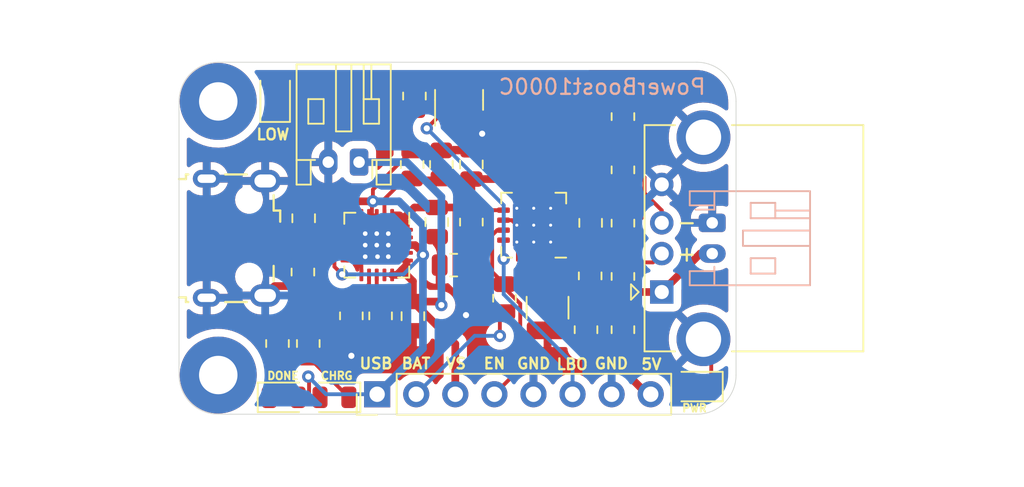
<source format=kicad_pcb>
(kicad_pcb (version 20210424) (generator pcbnew)
  (title_block (date "2021-06-18"))
  (layers (0 "F.Cu" signal) (31 "B.Cu" signal) (34 "B.Paste" user) (35 "F.Paste" user) (36 "B.SilkS" user "B.Silkscreen") (37 "F.SilkS" user "F.Silkscreen") (38 "B.Mask" user) (39 "F.Mask" user) (44 "Edge.Cuts" user))
  (net 0 "")
  (net 1 "/+V_LIPO")
  (net 2 "GND")
  (net 3 "+5V")
  (net 4 "/+V_BAT")
  (net 5 "/+5V_OUT")
  (net 6 "Net-(D1-Pad1)")
  (net 7 "Net-(D2-Pad1)")
  (net 8 "Net-(D3-Pad2)")
  (net 9 "Net-(D4-Pad2)")
  (net 13 "/ENABLE")
  (net 14 "/LBO")
  (net 15 "Net-(J4-Pad2)")
  (net 16 "Net-(J4-Pad3)")
  (net 17 "Net-(L1-Pad2)")
  (net 18 "Net-(Q1-Pad3)")
  (net 19 "Net-(R1-Pad2)")
  (net 20 "Net-(R2-Pad2)")
  (net 21 "Net-(R3-Pad1)")
  (net 22 "Net-(R5-Pad1)")
  (net 23 "Net-(R6-Pad1)")
  (net 24 "Net-(R7-Pad1)")
  (net 25 "Net-(R8-Pad2)")
  (net 26 "Net-(R11-Pad2)")
  (footprint "Adafruit-PowerBoost-1000C:C_0805_2012Metric" (layer "F.Cu") (at 119 83.75 90)
    (fp_text reference "C4" hide)
    (fp_text value "0.1uF" hide)
    (pad "1" smd roundrect locked (at -0.95 0 90) (size 1 1.45) (layers "F.Cu" "F.Paste" "F.Mask") (net 4 "/+V_BAT"))
    (pad "2" smd roundrect locked (at 0.95 0 90) (size 1 1.45) (layers "F.Cu" "F.Paste" "F.Mask") (net 2 "GND"))
  )
  (footprint "Adafruit-PowerBoost-1000C:IND_VLC5045" (layer "F.Cu") (at 123.55 80.65)
    (fp_text reference "L1" hide)
    (fp_text value "6.8uH" hide)
    (pad "1" smd rect (at -1.6 0) (size 2.1 5) (layers "F.Cu" "F.Paste" "F.Mask") (net 4 "/+V_BAT"))
    (pad "2" smd rect (at 1.6 0) (size 2.1 5) (layers "F.Cu" "F.Paste" "F.Mask") (net 17 "Net-(L1-Pad2)"))
  )
  (footprint "Adafruit-PowerBoost-1000C:LED_0805_2012Metric" (layer "F.Cu") (at 106.8 98.9)
    (fp_text reference "D2" hide)
    (fp_text value "GREEN" hide)
    (pad "1" smd roundrect locked (at -0.9375 0) (size 0.975 1.4) (layers "F.Cu" "F.Paste" "F.Mask") (net 7 "Net-(D2-Pad1)"))
    (pad "2" smd roundrect locked (at 0.9375 0) (size 0.975 1.4) (layers "F.Cu" "F.Paste" "F.Mask") (net 3 "+5V"))
  )
  (footprint "Adafruit-PowerBoost-1000C:R_0805_2012Metric" (layer "F.Cu") (at 106.4 95.4 90)
    (fp_text reference "R2" hide)
    (fp_text value "1K" hide)
    (pad "1" smd roundrect locked (at -0.9125 0 90) (size 1.025 1.4) (layers "F.Cu" "F.Paste" "F.Mask") (roundrect_rratio 0.243902439) (net 7 "Net-(D2-Pad1)"))
    (pad "2" smd roundrect locked (at 0.9125 0 90) (size 1.025 1.4) (layers "F.Cu" "F.Paste" "F.Mask") (roundrect_rratio 0.243902439) (net 20 "Net-(R2-Pad2)"))
  )
  (footprint "Adafruit-PowerBoost-1000C:R_0805_2012Metric" (layer "F.Cu") (at 108.4 95.4 90)
    (fp_text reference "R1" hide)
    (fp_text value "1K" hide)
    (pad "1" smd roundrect locked (at -0.9125 0 90) (size 1.025 1.4) (layers "F.Cu" "F.Paste" "F.Mask") (roundrect_rratio 0.243902439) (net 6 "Net-(D1-Pad1)"))
    (pad "2" smd roundrect locked (at 0.9125 0 90) (size 1.025 1.4) (layers "F.Cu" "F.Paste" "F.Mask") (roundrect_rratio 0.243902439) (net 19 "Net-(R1-Pad2)"))
  )
  (footprint "Adafruit-PowerBoost-1000C:JST_PH_S2B-PH-K_1x02_P2.00mm_Horizontal" (layer "F.Cu") (at 111.7 83.6 180)
    (fp_text reference "BT1" hide)
    (fp_text value "JST-2-PH" hide)
    (pad "1" thru_hole roundrect locked (at 0 0 180) (size 1.2 1.75) (drill 0.75) (layers *.Cu *.Mask) (roundrect_rratio 0.2083333333) (net 1 "/+V_LIPO"))
    (pad "2" thru_hole oval locked (at 2 0 180) (size 1.2 1.75) (drill 0.75) (layers *.Cu *.Mask) (net 2 "GND"))
  )
  (footprint "Adafruit-PowerBoost-1000C:R_0805_2012Metric" (layer "F.Cu") (at 128.85 84.103125 90)
    (fp_text reference "R15" hide)
    (fp_text value "43K" hide)
    (pad "1" smd roundrect locked (at -0.9125 0 90) (size 1.025 1.4) (layers "F.Cu" "F.Paste" "F.Mask") (roundrect_rratio 0.243902439) (net 5 "/+5V_OUT"))
    (pad "2" smd roundrect locked (at 0.9125 0 90) (size 1.025 1.4) (layers "F.Cu" "F.Paste" "F.Mask") (roundrect_rratio 0.243902439) (net 16 "Net-(J4-Pad3)"))
  )
  (footprint "Adafruit-PowerBoost-1000C:R_0805_2012Metric" (layer "F.Cu") (at 126.45 94.5 -90)
    (fp_text reference "R12" hide)
    (fp_text value "200K" hide)
    (pad "1" smd roundrect locked (at -0.9125 0 270) (size 1.025 1.4) (layers "F.Cu" "F.Paste" "F.Mask") (roundrect_rratio 0.243902439) (net 26 "Net-(R11-Pad2)"))
    (pad "2" smd roundrect locked (at 0.9125 0 270) (size 1.025 1.4) (layers "F.Cu" "F.Paste" "F.Mask") (roundrect_rratio 0.243902439) (net 2 "GND"))
  )
  (footprint "Adafruit-PowerBoost-1000C:R_0805_2012Metric" (layer "F.Cu") (at 119 87.5 -90)
    (fp_text reference "R8" hide)
    (fp_text value "1.87M" hide)
    (pad "1" smd roundrect locked (at -0.9125 0 270) (size 1.025 1.4) (layers "F.Cu" "F.Paste" "F.Mask") (roundrect_rratio 0.243902439) (net 4 "/+V_BAT"))
    (pad "2" smd roundrect locked (at 0.9125 0 270) (size 1.025 1.4) (layers "F.Cu" "F.Paste" "F.Mask") (roundrect_rratio 0.243902439) (net 25 "Net-(R8-Pad2)"))
  )
  (footprint "Adafruit-PowerBoost-1000C:R_0805_2012Metric" (layer "F.Cu") (at 128.85 87.56875 -90)
    (fp_text reference "R18" hide)
    (fp_text value "43K" hide)
    (pad "1" smd roundrect locked (at -0.9125 0 270) (size 1.025 1.4) (layers "F.Cu" "F.Paste" "F.Mask") (roundrect_rratio 0.243902439) (net 2 "GND"))
    (pad "2" smd roundrect locked (at 0.9125 0 270) (size 1.025 1.4) (layers "F.Cu" "F.Paste" "F.Mask") (roundrect_rratio 0.243902439) (net 15 "Net-(J4-Pad2)"))
  )
  (footprint "Adafruit-PowerBoost-1000C:C_0805_2012Metric" (layer "F.Cu") (at 116.75 87.5 -90)
    (fp_text reference "C3" hide)
    (fp_text value "10uF" hide)
    (pad "1" smd roundrect locked (at -0.95 0 270) (size 1 1.45) (layers "F.Cu" "F.Paste" "F.Mask") (net 4 "/+V_BAT"))
    (pad "2" smd roundrect locked (at 0.95 0 270) (size 1 1.45) (layers "F.Cu" "F.Paste" "F.Mask") (net 2 "GND"))
  )
  (footprint "Adafruit-PowerBoost-1000C:R_0805_2012Metric" (layer "F.Cu") (at 128.85 80.6375 -90)
    (fp_text reference "R16" hide)
    (fp_text value "43K" hide)
    (pad "1" smd roundrect locked (at -0.9125 0 270) (size 1.025 1.4) (layers "F.Cu" "F.Paste" "F.Mask") (roundrect_rratio 0.243902439) (net 2 "GND"))
    (pad "2" smd roundrect locked (at 0.9125 0 270) (size 1.025 1.4) (layers "F.Cu" "F.Paste" "F.Mask") (roundrect_rratio 0.243902439) (net 16 "Net-(J4-Pad3)"))
  )
  (footprint "Adafruit-PowerBoost-1000C:R_0805_2012Metric" (layer "F.Cu") (at 115.15 83.75 90)
    (fp_text reference "R3" hide)
    (fp_text value "270K" hide)
    (pad "1" smd roundrect locked (at -0.9125 0 90) (size 1.025 1.4) (layers "F.Cu" "F.Paste" "F.Mask") (roundrect_rratio 0.243902439) (net 21 "Net-(R3-Pad1)"))
    (pad "2" smd roundrect locked (at 0.9125 0 90) (size 1.025 1.4) (layers "F.Cu" "F.Paste" "F.Mask") (roundrect_rratio 0.243902439) (net 3 "+5V"))
  )
  (footprint "Adafruit-PowerBoost-1000C:R_0805_2012Metric" (layer "F.Cu") (at 121.15 92.45 90)
    (fp_text reference "R10" hide)
    (fp_text value "200K" hide)
    (pad "1" smd roundrect locked (at -0.9125 0 90) (size 1.025 1.4) (layers "F.Cu" "F.Paste" "F.Mask") (roundrect_rratio 0.243902439) (net 4 "/+V_BAT"))
    (pad "2" smd roundrect locked (at 0.9125 0 90) (size 1.025 1.4) (layers "F.Cu" "F.Paste" "F.Mask") (roundrect_rratio 0.243902439) (net 13 "/ENABLE"))
  )
  (footprint "Adafruit-PowerBoost-1000C:R_0805_2012Metric" (layer "F.Cu") (at 117.05 83.75 90)
    (fp_text reference "R4" hide)
    (fp_text value "100K" hide)
    (pad "1" smd roundrect locked (at -0.9125 0 90) (size 1.025 1.4) (layers "F.Cu" "F.Paste" "F.Mask") (roundrect_rratio 0.243902439) (net 21 "Net-(R3-Pad1)"))
    (pad "2" smd roundrect locked (at 0.9125 0 90) (size 1.025 1.4) (layers "F.Cu" "F.Paste" "F.Mask") (roundrect_rratio 0.243902439) (net 2 "GND"))
  )
  (footprint "Adafruit-PowerBoost-1000C:R_0805_2012Metric" (layer "F.Cu") (at 128.85 91.034375 90)
    (fp_text reference "R17" hide)
    (fp_text value "43K" hide)
    (pad "1" smd roundrect locked (at -0.9125 0 90) (size 1.025 1.4) (layers "F.Cu" "F.Paste" "F.Mask") (roundrect_rratio 0.243902439) (net 5 "/+5V_OUT"))
    (pad "2" smd roundrect locked (at 0.9125 0 90) (size 1.025 1.4) (layers "F.Cu" "F.Paste" "F.Mask") (roundrect_rratio 0.243902439) (net 15 "Net-(J4-Pad2)"))
  )
  (footprint "Adafruit-PowerBoost-1000C:R_0805_2012Metric" (layer "F.Cu") (at 115.3 79.3 -90)
    (fp_text reference "R13" hide)
    (fp_text value "1K" hide)
    (pad "1" smd roundrect locked (at -0.9125 0 270) (size 1.025 1.4) (layers "F.Cu" "F.Paste" "F.Mask") (roundrect_rratio 0.243902439) (net 18 "Net-(Q1-Pad3)"))
    (pad "2" smd roundrect locked (at 0.9125 0 270) (size 1.025 1.4) (layers "F.Cu" "F.Paste" "F.Mask") (roundrect_rratio 0.243902439) (net 8 "Net-(D3-Pad2)"))
  )
  (footprint "Adafruit-PowerBoost-1000C:C_1210_3225Metric" (layer "F.Cu") (at 123.95 93.07 -90)
    (fp_text reference "C6" hide)
    (fp_text value "100uF" hide)
    (pad "1" smd roundrect locked (at -1.475 0 270) (size 1.15 2.7) (layers "F.Cu" "F.Paste" "F.Mask") (roundrect_rratio 0.2173913043) (net 5 "/+5V_OUT"))
    (pad "2" smd roundrect locked (at 1.475 0 270) (size 1.15 2.7) (layers "F.Cu" "F.Paste" "F.Mask") (roundrect_rratio 0.2173913043) (net 2 "GND"))
  )
  (footprint "Adafruit-PowerBoost-1000C:PinHeader_1x08_P2.54mm_Vertical" (layer "F.Cu") (at 112.875 98.7 90)
    (fp_text reference "J2" hide)
    (fp_text value "Conn_01x08_Male" hide)
    (pad "1" thru_hole rect locked (at 0 0 90) (size 1.7 1.7) (drill 1) (layers *.Cu *.Mask) (net 3 "+5V"))
    (pad "2" thru_hole oval locked (at 0 2.54 90) (size 1.7 1.7) (drill 1) (layers *.Cu *.Mask) (net 4 "/+V_BAT"))
    (pad "3" thru_hole oval locked (at 0 5.08 90) (size 1.7 1.7) (drill 1) (layers *.Cu *.Mask) (net 1 "/+V_LIPO"))
    (pad "4" thru_hole oval locked (at 0 7.62 90) (size 1.7 1.7) (drill 1) (layers *.Cu *.Mask) (net 13 "/ENABLE"))
    (pad "5" thru_hole oval locked (at 0 10.16 90) (size 1.7 1.7) (drill 1) (layers *.Cu *.Mask) (net 2 "GND"))
    (pad "6" thru_hole oval locked (at 0 12.7 90) (size 1.7 1.7) (drill 1) (layers *.Cu *.Mask) (net 14 "/LBO"))
    (pad "7" thru_hole oval locked (at 0 15.24 90) (size 1.7 1.7) (drill 1) (layers *.Cu *.Mask) (net 2 "GND"))
    (pad "8" thru_hole oval locked (at 0 17.78 90) (size 1.7 1.7) (drill 1) (layers *.Cu *.Mask) (net 5 "/+5V_OUT"))
  )
  (footprint "Adafruit-PowerBoost-1000C:Texas_S-PVQFN-N16_EP2.7x2.7mm_ThermalVias" (layer "F.Cu") (at 123.05 87.7 180)
    (fp_text reference "U2" hide)
    (fp_text value "TPS61090" hide)
    (pad "1" smd roundrect locked (at -1.9625 -0.975 180) (size 0.825 0.35) (layers "F.Cu" "F.Paste" "F.Mask") (net 5 "/+5V_OUT"))
    (pad "2" smd roundrect locked (at -1.9625 -0.325 180) (size 0.825 0.35) (layers "F.Cu" "F.Paste" "F.Mask"))
    (pad "3" smd roundrect locked (at -1.9625 0.325 180) (size 0.825 0.35) (layers "F.Cu" "F.Paste" "F.Mask") (net 17 "Net-(L1-Pad2)"))
    (pad "4" smd roundrect locked (at -1.9625 0.975 180) (size 0.825 0.35) (layers "F.Cu" "F.Paste" "F.Mask") (net 17 "Net-(L1-Pad2)"))
    (pad "5" smd roundrect locked (at -0.975 1.9625 180) (size 0.35 0.825) (layers "F.Cu" "F.Paste" "F.Mask") (net 2 "GND"))
    (pad "6" smd roundrect locked (at -0.325 1.9625 180) (size 0.35 0.825) (layers "F.Cu" "F.Paste" "F.Mask") (net 2 "GND"))
    (pad "7" smd roundrect locked (at 0.325 1.9625 180) (size 0.35 0.825) (layers "F.Cu" "F.Paste" "F.Mask") (net 2 "GND"))
    (pad "8" smd roundrect locked (at 0.975 1.9625 180) (size 0.35 0.825) (layers "F.Cu" "F.Paste" "F.Mask") (net 4 "/+V_BAT"))
    (pad "9" smd roundrect locked (at 1.9625 0.975 180) (size 0.825 0.35) (layers "F.Cu" "F.Paste" "F.Mask") (net 25 "Net-(R8-Pad2)"))
    (pad "10" smd roundrect locked (at 1.9625 0.325 180) (size 0.825 0.35) (layers "F.Cu" "F.Paste" "F.Mask") (net 2 "GND"))
    (pad "11" smd roundrect locked (at 1.9625 -0.325 180) (size 0.825 0.35) (layers "F.Cu" "F.Paste" "F.Mask") (net 13 "/ENABLE"))
    (pad "12" smd roundrect locked (at 1.9625 -0.975 180) (size 0.825 0.35) (layers "F.Cu" "F.Paste" "F.Mask") (net 14 "/LBO"))
    (pad "13" smd roundrect locked (at 0.975 -1.9625 180) (size 0.35 0.825) (layers "F.Cu" "F.Paste" "F.Mask") (net 2 "GND"))
    (pad "14" smd roundrect locked (at 0.325 -1.9625 180) (size 0.35 0.825) (layers "F.Cu" "F.Paste" "F.Mask") (net 26 "Net-(R11-Pad2)"))
    (pad "15" smd roundrect locked (at -0.325 -1.9625 180) (size 0.35 0.825) (layers "F.Cu" "F.Paste" "F.Mask") (net 5 "/+5V_OUT"))
    (pad "16" smd roundrect locked (at -0.975 -1.9625 180) (size 0.35 0.825) (layers "F.Cu" "F.Paste" "F.Mask") (net 5 "/+5V_OUT"))
    (pad "17" smd rect locked (at 0 0 180) (size 2.7 2.7) (layers "F.Cu" "F.Mask") (net 2 "GND"))
    (pad "17" thru_hole circle locked (at -1.1 0 180) (size 0.5 0.5) (drill 0.2) (layers *.Cu) (net 2 "GND"))
    (pad "17" thru_hole circle locked (at 0 -1.1 180) (size 0.5 0.5) (drill 0.2) (layers *.Cu) (net 2 "GND"))
    (pad "17" thru_hole circle locked (at -1.1 1.1 180) (size 0.5 0.5) (drill 0.2) (layers *.Cu) (net 2 "GND"))
    (pad "17" thru_hole circle locked (at -1.1 -1.1 180) (size 0.5 0.5) (drill 0.2) (layers *.Cu) (net 2 "GND"))
    (pad "17" thru_hole circle locked (at 1.1 -1.1 180) (size 0.5 0.5) (drill 0.2) (layers *.Cu) (net 2 "GND"))
    (pad "17" thru_hole circle locked (at 0 0 180) (size 0.5 0.5) (drill 0.2) (layers *.Cu) (net 2 "GND"))
    (pad "17" thru_hole circle locked (at 0 1.1 180) (size 0.5 0.5) (drill 0.2) (layers *.Cu) (net 2 "GND"))
    (pad "17" smd rect locked (at 0 0 180) (size 2.7 2.7) (layers "B.Cu") (net 2 "GND"))
    (pad "17" thru_hole circle locked (at 1.1 0 180) (size 0.5 0.5) (drill 0.2) (layers *.Cu) (net 2 "GND"))
    (pad "17" thru_hole circle locked (at 1.1 1.1 180) (size 0.5 0.5) (drill 0.2) (layers *.Cu) (net 2 "GND"))
  )
  (footprint "Adafruit-PowerBoost-1000C:R_0805_2012Metric" (layer "F.Cu") (at 117.85 90.3 180)
    (fp_text reference "R9" hide)
    (fp_text value "340K" hide)
    (pad "1" smd roundrect locked (at -0.9125 0 180) (size 1.025 1.4) (layers "F.Cu" "F.Paste" "F.Mask") (roundrect_rratio 0.243902439) (net 25 "Net-(R8-Pad2)"))
    (pad "2" smd roundrect locked (at 0.9125 0 180) (size 1.025 1.4) (layers "F.Cu" "F.Paste" "F.Mask") (roundrect_rratio 0.243902439) (net 2 "GND"))
  )
  (footprint "Adafruit-PowerBoost-1000C:USB_A_CONNFLY_DS1095-WNR0" (layer "F.Cu") (at 131.3725 92.05 90)
    (fp_text reference "J4" hide)
    (fp_text value "USB_A" hide)
    (pad "1" thru_hole rect locked (at 0 0 90) (size 1.524 1.524) (drill 0.92) (layers *.Cu *.Mask) (net 5 "/+5V_OUT"))
    (pad "2" thru_hole circle locked (at 2.5 0 90) (size 1.524 1.524) (drill 0.92) (layers *.Cu *.Mask) (net 15 "Net-(J4-Pad2)"))
    (pad "3" thru_hole circle locked (at 4.5 0 90) (size 1.524 1.524) (drill 0.92) (layers *.Cu *.Mask) (net 16 "Net-(J4-Pad3)"))
    (pad "4" thru_hole circle locked (at 7 0 90) (size 1.524 1.524) (drill 0.92) (layers *.Cu *.Mask) (net 2 "GND"))
    (pad "5" thru_hole circle locked (at -3.07 2.71 90) (size 3.5 3.5) (drill 2.3) (layers *.Cu *.Mask) (net 2 "GND"))
    (pad "5" thru_hole circle locked (at 10.07 2.71 90) (size 3.5 3.5) (drill 2.3) (layers *.Cu *.Mask) (net 2 "GND"))
  )
  (footprint "Adafruit-PowerBoost-1000C:C_0805_2012Metric" (layer "F.Cu") (at 108.1 87.25 90)
    (fp_text reference "C1" hide)
    (fp_text value "10uF" hide)
    (pad "1" smd roundrect locked (at -0.95 0 90) (size 1 1.45) (layers "F.Cu" "F.Paste" "F.Mask") (net 3 "+5V"))
    (pad "2" smd roundrect locked (at 0.95 0 90) (size 1 1.45) (layers "F.Cu" "F.Paste" "F.Mask") (net 2 "GND"))
  )
  (footprint "Adafruit-PowerBoost-1000C:C_0805_2012Metric" (layer "F.Cu") (at 115.2 93.62 -90)
    (fp_text reference "C2" hide)
    (fp_text value "10uF" hide)
    (pad "1" smd roundrect locked (at -0.95 0 270) (size 1 1.45) (layers "F.Cu" "F.Paste" "F.Mask") (net 1 "/+V_LIPO"))
    (pad "2" smd roundrect locked (at 0.95 0 270) (size 1 1.45) (layers "F.Cu" "F.Paste" "F.Mask") (net 2 "GND"))
  )
  (footprint "Adafruit-PowerBoost-1000C:R_0805_2012Metric" (layer "F.Cu") (at 111.2 93.6 -90)
    (fp_text reference "R6" hide)
    (fp_text value "100K" hide)
    (pad "1" smd roundrect locked (at -0.9125 0 270) (size 1.025 1.4) (layers "F.Cu" "F.Paste" "F.Mask") (roundrect_rratio 0.243902439) (net 23 "Net-(R6-Pad1)"))
    (pad "2" smd roundrect locked (at 0.9125 0 270) (size 1.025 1.4) (layers "F.Cu" "F.Paste" "F.Mask") (roundrect_rratio 0.243902439) (net 2 "GND"))
  )
  (footprint "Adafruit-PowerBoost-1000C:C_0805_2012Metric" (layer "F.Cu") (at 126.75 87.55 90)
    (fp_text reference "C5" hide)
    (fp_text value "2.2uF" hide)
    (pad "1" smd roundrect locked (at -0.95 0 90) (size 1 1.45) (layers "F.Cu" "F.Paste" "F.Mask") (net 5 "/+5V_OUT"))
    (pad "2" smd roundrect locked (at 0.95 0 90) (size 1 1.45) (layers "F.Cu" "F.Paste" "F.Mask") (net 2 "GND"))
  )
  (footprint "Adafruit-PowerBoost-1000C:LED_0805_2012Metric" (layer "F.Cu") (at 106.25 79.3 90)
    (fp_text reference "D3" hide)
    (fp_text value "RED" hide)
    (pad "1" smd roundrect locked (at -0.9375 0 90) (size 0.975 1.4) (layers "F.Cu" "F.Paste" "F.Mask") (net 2 "GND"))
    (pad "2" smd roundrect locked (at 0.9375 0 90) (size 0.975 1.4) (layers "F.Cu" "F.Paste" "F.Mask") (net 8 "Net-(D3-Pad2)"))
  )
  (footprint "Adafruit-PowerBoost-1000C:R_0805_2012Metric" (layer "F.Cu") (at 108.05 90.75 -90)
    (fp_text reference "R7" hide)
    (fp_text value "15K" hide)
    (pad "1" smd roundrect locked (at -0.9125 0 270) (size 1.025 1.4) (layers "F.Cu" "F.Paste" "F.Mask") (roundrect_rratio 0.243902439) (net 24 "Net-(R7-Pad1)"))
    (pad "2" smd roundrect locked (at 0.9125 0 270) (size 1.025 1.4) (layers "F.Cu" "F.Paste" "F.Mask") (roundrect_rratio 0.243902439) (net 2 "GND"))
  )
  (footprint "Adafruit-PowerBoost-1000C:MountingHole_2.5mm_Pad" (layer "F.Cu") (at 102.55 97.45)
    (fp_text reference "H2" hide)
    (fp_text value "MountingHole" hide)
    (pad "1" thru_hole circle locked (at 0 0) (size 5 5) (drill 2.5) (layers *.Cu *.Mask))
  )
  (footprint "Adafruit-PowerBoost-1000C:R_0805_2012Metric" (layer "F.Cu") (at 113.1 93.6 -90)
    (fp_text reference "R5" hide)
    (fp_text value "1K" hide)
    (pad "1" smd roundrect locked (at -0.9125 0 270) (size 1.025 1.4) (layers "F.Cu" "F.Paste" "F.Mask") (roundrect_rratio 0.243902439) (net 22 "Net-(R5-Pad1)"))
    (pad "2" smd roundrect locked (at 0.9125 0 270) (size 1.025 1.4) (layers "F.Cu" "F.Paste" "F.Mask") (roundrect_rratio 0.243902439) (net 2 "GND"))
  )
  (footprint "Adafruit-PowerBoost-1000C:LED_0805_2012Metric" (layer "F.Cu") (at 110.1 98.9 180)
    (fp_text reference "D1" hide)
    (fp_text value "RED" hide)
    (pad "1" smd roundrect locked (at -0.9375 0 180) (size 0.975 1.4) (layers "F.Cu" "F.Paste" "F.Mask") (net 6 "Net-(D1-Pad1)"))
    (pad "2" smd roundrect locked (at 0.9375 0 180) (size 0.975 1.4) (layers "F.Cu" "F.Paste" "F.Mask") (net 3 "+5V"))
  )
  (footprint "Adafruit-PowerBoost-1000C:SOT-23" (layer "F.Cu") (at 118.2 79.55 90)
    (fp_text reference "Q1" hide)
    (fp_text value "MMUN2133LT1G" hide)
    (pad "1" smd roundrect locked (at -0.9375 -0.95 90) (size 1.475 0.6) (layers "F.Cu" "F.Paste" "F.Mask") (net 14 "/LBO"))
    (pad "2" smd roundrect locked (at -0.9375 0.95 90) (size 1.475 0.6) (layers "F.Cu" "F.Paste" "F.Mask") (net 4 "/+V_BAT"))
    (pad "3" smd roundrect locked (at 0.9375 0 90) (size 1.475 0.6) (layers "F.Cu" "F.Paste" "F.Mask") (net 18 "Net-(Q1-Pad3)"))
  )
  (footprint "Adafruit-PowerBoost-1000C:LED_0805_2012Metric" (layer "F.Cu") (at 133.65 98.2 180)
    (fp_text reference "D4" hide)
    (fp_text value "GREEN" hide)
    (pad "1" smd roundrect locked (at -0.9375 0 180) (size 0.975 1.4) (layers "F.Cu" "F.Paste" "F.Mask") (net 2 "GND"))
    (pad "2" smd roundrect locked (at 0.9375 0 180) (size 0.975 1.4) (layers "F.Cu" "F.Paste" "F.Mask") (net 9 "Net-(D4-Pad2)"))
  )
  (footprint "Adafruit-PowerBoost-1000C:QFN-20-1EP_4x4mm_P0.5mm_EP2.5x2.5mm" (layer "F.Cu") (at 112.85 89 -90)
    (fp_text reference "U1" hide)
    (fp_text value "MCP73871" hide)
    (pad "1" smd roundrect locked (at -1.9375 -1 270) (size 0.825 0.25) (layers "F.Cu" "F.Paste" "F.Mask") (net 4 "/+V_BAT"))
    (pad "2" smd roundrect locked (at -1.9375 -0.5 270) (size 0.825 0.25) (layers "F.Cu" "F.Paste" "F.Mask") (net 21 "Net-(R3-Pad1)"))
    (pad "3" smd roundrect locked (at -1.9375 0 270) (size 0.825 0.25) (layers "F.Cu" "F.Paste" "F.Mask") (net 3 "+5V"))
    (pad "4" smd roundrect locked (at -1.9375 0.5 270) (size 0.825 0.25) (layers "F.Cu" "F.Paste" "F.Mask") (net 3 "+5V"))
    (pad "5" smd roundrect locked (at -1.9375 1 270) (size 0.825 0.25) (layers "F.Cu" "F.Paste" "F.Mask") (net 24 "Net-(R7-Pad1)"))
    (pad "6" smd roundrect locked (at -1 1.9375 270) (size 0.25 0.825) (layers "F.Cu" "F.Paste" "F.Mask"))
    (pad "7" smd roundrect locked (at -0.5 1.9375 270) (size 0.25 0.825) (layers "F.Cu" "F.Paste" "F.Mask") (net 20 "Net-(R2-Pad2)"))
    (pad "8" smd roundrect locked (at 0 1.9375 270) (size 0.25 0.825) (layers "F.Cu" "F.Paste" "F.Mask") (net 19 "Net-(R1-Pad2)"))
    (pad "9" smd roundrect locked (at 0.5 1.9375 270) (size 0.25 0.825) (layers "F.Cu" "F.Paste" "F.Mask") (net 3 "+5V"))
    (pad "10" smd roundrect locked (at 1 1.9375 270) (size 0.25 0.825) (layers "F.Cu" "F.Paste" "F.Mask") (net 2 "GND"))
    (pad "11" smd roundrect locked (at 1.9375 1 270) (size 0.825 0.25) (layers "F.Cu" "F.Paste" "F.Mask") (net 2 "GND"))
    (pad "12" smd roundrect locked (at 1.9375 0.5 270) (size 0.825 0.25) (layers "F.Cu" "F.Paste" "F.Mask") (net 23 "Net-(R6-Pad1)"))
    (pad "13" smd roundrect locked (at 1.9375 0 270) (size 0.825 0.25) (layers "F.Cu" "F.Paste" "F.Mask") (net 22 "Net-(R5-Pad1)"))
    (pad "14" smd roundrect locked (at 1.9375 -0.5 270) (size 0.825 0.25) (layers "F.Cu" "F.Paste" "F.Mask") (net 1 "/+V_LIPO"))
    (pad "15" smd roundrect locked (at 1.9375 -1 270) (size 0.825 0.25) (layers "F.Cu" "F.Paste" "F.Mask") (net 1 "/+V_LIPO"))
    (pad "16" smd roundrect locked (at 1 -1.9375 270) (size 0.25 0.825) (layers "F.Cu" "F.Paste" "F.Mask") (net 1 "/+V_LIPO"))
    (pad "17" smd roundrect locked (at 0.5 -1.9375 270) (size 0.25 0.825) (layers "F.Cu" "F.Paste" "F.Mask") (net 3 "+5V"))
    (pad "18" smd roundrect locked (at 0 -1.9375 270) (size 0.25 0.825) (layers "F.Cu" "F.Paste" "F.Mask") (net 3 "+5V"))
    (pad "19" smd roundrect locked (at -0.5 -1.9375 270) (size 0.25 0.825) (layers "F.Cu" "F.Paste" "F.Mask") (net 3 "+5V"))
    (pad "20" smd roundrect locked (at -1 -1.9375 270) (size 0.25 0.825) (layers "F.Cu" "F.Paste" "F.Mask") (net 4 "/+V_BAT"))
    (pad "21" thru_hole oval locked (at 0.75 -0.75 270) (size 0.6 0.6) (drill 0.3) (layers *.Cu "F.Mask") (net 2 "GND"))
    (pad "21" thru_hole oval locked (at -0.75 0 270) (size 0.6 0.6) (drill 0.3) (layers *.Cu "F.Mask") (net 2 "GND"))
    (pad "21" thru_hole oval locked (at 0 0.75 270) (size 0.6 0.6) (drill 0.3) (layers *.Cu "F.Mask") (net 2 "GND"))
    (pad "21" smd rect locked (at 0 0 270) (size 2.5 2.5) (layers "B.Cu" "F.Mask") (net 2 "GND"))
    (pad "21" thru_hole oval locked (at 0 -0.75 270) (size 0.6 0.6) (drill 0.3) (layers *.Cu "F.Mask") (net 2 "GND"))
    (pad "21" thru_hole oval locked (at -0.75 0.75 270) (size 0.6 0.6) (drill 0.3) (layers *.Cu "F.Mask") (net 2 "GND"))
    (pad "21" smd rect locked (at 0 0 270) (size 2.5 2.5) (layers "F.Cu" "F.Mask") (net 2 "GND"))
    (pad "21" thru_hole oval locked (at 0.75 -0.05 270) (size 0.6 0.6) (drill 0.3) (layers *.Cu "F.Mask") (net 2 "GND"))
    (pad "21" thru_hole oval locked (at -0.75 -0.75 270) (size 0.6 0.6) (drill 0.3) (layers *.Cu "F.Mask") (net 2 "GND"))
    (pad "21" thru_hole oval locked (at 0.75 0.75 270) (size 0.6 0.6) (drill 0.3) (layers *.Cu "F.Mask") (net 2 "GND"))
    (pad "21" thru_hole oval locked (at 0 0 270) (size 0.6 0.6) (drill 0.3) (layers *.Cu "F.Mask") (net 2 "GND"))
  )
  (footprint "Adafruit-PowerBoost-1000C:R_0805_2012Metric" (layer "F.Cu") (at 126.72 91 -90)
    (fp_text reference "R11" hide)
    (fp_text value "1.87M" hide)
    (pad "1" smd roundrect locked (at -0.9125 0 270) (size 1.025 1.4) (layers "F.Cu" "F.Paste" "F.Mask") (roundrect_rratio 0.243902439) (net 5 "/+5V_OUT"))
    (pad "2" smd roundrect locked (at 0.9125 0 270) (size 1.025 1.4) (layers "F.Cu" "F.Paste" "F.Mask") (roundrect_rratio 0.243902439) (net 26 "Net-(R11-Pad2)"))
  )
  (footprint "Adafruit-PowerBoost-1000C:USB_Micro-B_Wuerth_629105150521" (layer "F.Cu") (at 103.75 88.55 -90)
    (fp_text reference "J1" hide)
    (fp_text value "USB_B_Micro" hide)
    (pad "" np_thru_hole oval locked (at -2.5 -0.8 270) (size 0.8 0.8) (drill 0.8) (layers *.Cu *.Mask))
    (pad "" np_thru_hole oval locked (at 2.5 -0.8 270) (size 0.8 0.8) (drill 0.8) (layers *.Cu *.Mask))
    (pad "1" smd rect locked (at -1.3 -1.9 270) (size 0.45 1.3) (layers "F.Cu" "F.Paste" "F.Mask") (net 3 "+5V"))
    (pad "2" smd rect locked (at -0.65 -1.9 270) (size 0.45 1.3) (layers "F.Cu" "F.Paste" "F.Mask"))
    (pad "3" smd rect locked (at 0 -1.9 270) (size 0.45 1.3) (layers "F.Cu" "F.Paste" "F.Mask"))
    (pad "4" smd rect locked (at 0.65 -1.9 270) (size 0.45 1.3) (layers "F.Cu" "F.Paste" "F.Mask"))
    (pad "5" smd rect locked (at 1.3 -1.9 270) (size 0.45 1.3) (layers "F.Cu" "F.Paste" "F.Mask") (net 2 "GND"))
    (pad "6" thru_hole oval locked (at -3.725 -1.85 270) (size 1.45 2) (drill oval 0.85 1.4) (layers *.Cu *.Mask) (net 2 "GND"))
    (pad "6" thru_hole oval locked (at -3.875 1.95 270) (size 1.15 1.8) (drill oval 0.55 1.2) (layers *.Cu *.Mask) (net 2 "GND"))
    (pad "6" thru_hole oval locked (at 3.875 1.95 270) (size 1.15 1.8) (drill oval 0.55 1.2) (layers *.Cu *.Mask) (net 2 "GND"))
    (pad "6" thru_hole oval locked (at 3.725 -1.85 270) (size 1.45 2) (drill oval 0.85 1.4) (layers *.Cu *.Mask) (net 2 "GND"))
  )
  (footprint "Adafruit-PowerBoost-1000C:MountingHole_2.5mm_Pad" (layer "F.Cu") (at 102.55 79.65)
    (fp_text reference "H1" hide)
    (fp_text value "MountingHole" hide)
    (pad "1" thru_hole circle locked (at 0 0) (size 5 5) (drill 2.5) (layers *.Cu *.Mask))
  )
  (footprint "Adafruit-PowerBoost-1000C:R_0805_2012Metric" (layer "F.Cu") (at 128.85 94.5 -90)
    (fp_text reference "R14" hide)
    (fp_text value "1K" hide)
    (pad "1" smd roundrect locked (at -0.9125 0 270) (size 1.025 1.4) (layers "F.Cu" "F.Paste" "F.Mask") (roundrect_rratio 0.243902439) (net 5 "/+5V_OUT"))
    (pad "2" smd roundrect locked (at 0.9125 0 270) (size 1.025 1.4) (layers "F.Cu" "F.Paste" "F.Mask") (roundrect_rratio 0.243902439) (net 9 "Net-(D4-Pad2)"))
  )
  (footprint "Adafruit-PowerBoost-1000C:JST_PH_S2B-PH-K_1x02_P2.00mm_Horizontal" (layer "B.Cu") (at 134.65 87.55 -90)
    (fp_text reference "J3" hide)
    (fp_text value "Conn_01x02_Female")
    (pad "1" thru_hole roundrect locked (at 0 0 270) (size 1.2 1.75) (drill 0.75) (layers *.Cu *.Mask) (roundrect_rratio 0.2083333333) (net 2 "GND"))
    (pad "2" thru_hole oval locked (at 2 0 270) (size 1.2 1.75) (drill 0.75) (layers *.Cu *.Mask) (net 5 "/+5V_OUT"))
  )
  (gr_line (start 102.55 100) (end 133.65 100) (layer "Edge.Cuts") (width 0.05))
  (gr_arc (start 102.55 97.45) (end 102.55 100) (angle 90) (layer "Edge.Cuts") (width 0.05))
  (gr_arc (start 133.65 97.45) (end 136.2 97.45) (angle 90) (layer "Edge.Cuts") (width 0.05))
  (gr_line (start 100 79.65) (end 100 97.45) (layer "Edge.Cuts") (width 0.05))
  (gr_arc (start 102.55 79.65) (end 100 79.65) (angle 90) (layer "Edge.Cuts") (width 0.05))
  (gr_line (start 133.65 77.1) (end 102.55 77.1) (layer "Edge.Cuts") (width 0.05))
  (gr_line (start 136.2 97.45) (end 136.2 79.65) (layer "Edge.Cuts") (width 0.05))
  (gr_arc (start 133.65 79.65) (end 133.65 77.1) (angle 90) (layer "Edge.Cuts") (width 0.05))
  (gr_text "PowerBoost1000C" (at 127.5 78.7) (layer "B.SilkS") (effects (font (size 1 1)) (justify mirror)))
  (gr_text "USB" (at 112.8 96.7) (layer "F.SilkS") (effects (font (size 0.7 0.7))))
  (gr_text "LBO" (at 125.55 96.75) (layer "F.SilkS") (effects (font (size 0.7 0.7))))
  (gr_text "VS" (at 118 96.7) (layer "F.SilkS") (effects (font (size 0.7 0.7))))
  (gr_text "LOW" (at 106.1 81.8) (layer "F.SilkS") (effects (font (size 0.7 0.7))))
  (gr_text "PWR" (at 133.5 99.6) (layer "F.SilkS") (effects (font (size 0.5 0.5) (thickness 0.125))))
  (gr_text "-" (at 133 87.5) (layer "F.SilkS") (effects (font (size 1 1))))
  (gr_text "+" (at 133 89.55) (layer "F.SilkS") (effects (font (size 1 1))))
  (gr_text "5V" (at 130.7 96.75) (layer "F.SilkS") (effects (font (size 0.7 0.7))))
  (gr_text "DONE" (at 106.75 97.5) (layer "F.SilkS") (effects (font (size 0.5 0.5) (thickness 0.125))))
  (gr_text "CHRG" (at 110.25 97.5) (layer "F.SilkS") (effects (font (size 0.5 0.5) (thickness 0.125))))
  (gr_text "EN" (at 120.5 96.7) (layer "F.SilkS") (effects (font (size 0.7 0.7))))
  (gr_text "GND" (at 123.05 96.7) (layer "F.SilkS") (effects (font (size 0.7 0.7))))
  (gr_text "GND" (at 128.1 96.7) (layer "F.SilkS") (effects (font (size 0.7 0.7))))
  (gr_text "BAT" (at 115.4 96.7) (layer "F.SilkS") (effects (font (size 0.7 0.7))))
  (segment (start 114.1625 90.9375) (end 114.475 90.625) (width 0.5) (layer "F.Cu") (net 1))
  (segment (start 115.2 92.67) (end 117.955 95.425) (width 0.5) (layer "F.Cu") (net 1))
  (segment (start 117.955 95.425) (end 117.955 98.7) (width 0.5) (layer "F.Cu") (net 1))
  (segment (start 115.2 91.35) (end 114.475 90.625) (width 0.5) (layer "F.Cu") (net 1))
  (segment (start 116.82 92.67) (end 117.05 92.9) (width 0.5) (layer "F.Cu") (net 1))
  (segment (start 113.85 90.9375) (end 114.1625 90.9375) (width 0.5) (layer "F.Cu") (net 1))
  (segment (start 114.7875 90.3125) (end 114.7875 90.07452) (width 0.5) (layer "F.Cu") (net 1))
  (segment (start 113.35 90.9375) (end 113.85 90.9375) (width 0.25) (layer "F.Cu") (net 1))
  (segment (start 114.475 90.625) (end 114.7875 90.3125) (width 0.5) (layer "F.Cu") (net 1))
  (segment (start 115.2 92.67) (end 115.2 91.35) (width 0.5) (layer "F.Cu") (net 1))
  (segment (start 115.2 92.67) (end 116.82 92.67) (width 0.5) (layer "F.Cu") (net 1))
  (via (at 117.05 92.9) (size 0.8) (drill 0.4) (layers "F.Cu" "B.Cu") (net 1))
  (segment (start 114.8 83.6) (end 117.05 85.85) (width 0.5) (layer "B.Cu") (net 1))
  (segment (start 114.8 83.6) (end 115.35 84.15) (width 0.5) (layer "B.Cu") (net 1))
  (segment (start 111.7 83.6) (end 114.8 83.6) (width 0.5) (layer "B.Cu") (net 1))
  (segment (start 117.05 85.85) (end 117.05 92.9) (width 0.5) (layer "B.Cu") (net 1))
  (segment (start 111.85 90.9375) (end 111.85 90) (width 0.25) (layer "F.Cu") (net 2))
  (segment (start 134.5875 98.2) (end 134.5875 95.625) (width 0.25) (layer "F.Cu") (net 2))
  (segment (start 122.725 86.275) (end 123.05 86.6) (width 0.25) (layer "F.Cu") (net 2))
  (segment (start 121.625 87.375) (end 121.95 87.7) (width 0.25) (layer "F.Cu") (net 2))
  (segment (start 108.05 91.6625) (end 106.2125 91.6625) (width 0.5) (layer "F.Cu") (net 2))
  (segment (start 122.725 85.7375) (end 122.725 86.275) (width 0.25) (layer "F.Cu") (net 2))
  (segment (start 123.375 86.275) (end 123.05 86.6) (width 0.25) (layer "F.Cu") (net 2))
  (segment (start 126.80625 86.65625) (end 126.75 86.6) (width 0.25) (layer "F.Cu") (net 2))
  (segment (start 122.075 88.925) (end 121.95 88.8) (width 0.25) (layer "F.Cu") (net 2))
  (segment (start 111.2 94.5125) (end 111.2 96.2) (width 0.5) (layer "F.Cu") (net 2))
  (segment (start 134.5875 95.625) (end 134.0825 95.12) (width 0.25) (layer "F.Cu") (net 2))
  (segment (start 111.85 90) (end 112.1 89.75) (width 0.25) (layer "F.Cu") (net 2))
  (segment (start 110.9125 90) (end 111.85 90) (width 0.25) (layer "F.Cu") (net 2))
  (segment (start 119 82.8) (end 119 82.45) (width 0.25) (layer "F.Cu") (net 2))
  (segment (start 128.85 86.65625) (end 126.80625 86.65625) (width 0.25) (layer "F.Cu") (net 2))
  (segment (start 106.2125 91.6625) (end 105.6 92.275) (width 0.5) (layer "F.Cu") (net 2))
  (segment (start 119 82.45) (end 119.7 81.75) (width 0.25) (layer "F.Cu") (net 2))
  (segment (start 123.375 85.7375) (end 123.375 86.275) (width 0.25) (layer "F.Cu") (net 2))
  (segment (start 124.025 85.7375) (end 124.025 86.475) (width 0.25) (layer "F.Cu") (net 2))
  (segment (start 121.0875 87.375) (end 121.625 87.375) (width 0.25) (layer "F.Cu") (net 2))
  (segment (start 124.025 86.475) (end 124.15 86.6) (width 0.25) (layer "F.Cu") (net 2))
  (segment (start 122.075 89.6625) (end 122.075 88.925) (width 0.25) (layer "F.Cu") (net 2))
  (via (at 119.7 81.75) (size 0.8) (drill 0.4) (layers "F.Cu" "B.Cu") (net 2))
  (via (at 111.2 96.2) (size 0.8) (drill 0.4) (layers "F.Cu" "B.Cu") (net 2))
  (via (at 118.65 93.55) (size 0.8) (drill 0.4) (layers "F.Cu" "B.Cu") (net 2))
  (segment (start 112.5375 86.2125) (end 112.6 86.15) (width 0.25) (layer "F.Cu") (net 3))
  (segment (start 108.45 98.9) (end 108.45 97.6) (width 0.25) (layer "F.Cu") (net 3))
  (segment (start 115.35 89) (end 115.45 89.1) (width 0.5) (layer "F.Cu") (net 3))
  (segment (start 114.7875 88.5) (end 114.7875 89) (width 0.25) (layer "F.Cu") (net 3))
  (segment (start 112.5375 87.0625) (end 112.85 87.0625) (width 0.25) (layer "F.Cu") (net 3))
  (segment (start 110.1 90.4) (end 110.6 90.9) (width 0.25) (layer "F.Cu") (net 3))
  (segment (start 106.6 87.25) (end 107.15 87.25) (width 0.5) (layer "F.Cu") (net 3))
  (segment (start 110.445598 89.5) (end 110.1 89.845598) (width 0.25) (layer "F.Cu") (net 3))
  (segment (start 107.7375 98.9) (end 108.45 98.9) (width 0.25) (layer "F.Cu") (net 3))
  (segment (start 112.5375 87.0625) (end 112.5375 86.2125) (width 0.25) (layer "F.Cu") (net 3))
  (segment (start 112.35 87.0625) (end 112.5375 87.0625) (width 0.25) (layer "F.Cu") (net 3))
  (segment (start 108.1 88.2) (end 110.15 86.15) (width 0.5) (layer "F.Cu") (net 3))
  (segment (start 105.65 87.25) (end 106.6 87.25) (width 0.4) (layer "F.Cu") (net 3))
  (segment (start 108.45 98.9) (end 109.1625 98.9) (width 0.25) (layer "F.Cu") (net 3))
  (segment (start 115.851622 89.501622) (end 115.851622 89.634495) (width 0.5) (layer "F.Cu") (net 3))
  (segment (start 108.45 97.6) (end 108.4 97.55) (width 0.25) (layer "F.Cu") (net 3))
  (segment (start 110.1 89.845598) (end 110.1 90.4) (width 0.25) (layer "F.Cu") (net 3))
  (segment (start 110.15 86.15) (end 112.6 86.15) (width 0.5) (layer "F.Cu") (net 3))
  (segment (start 114.7875 89) (end 115.35 89) (width 0.5) (layer "F.Cu") (net 3))
  (segment (start 107.15 87.25) (end 108.1 88.2) (width 0.5) (layer "F.Cu") (net 3))
  (segment (start 112.6 85.3875) (end 115.15 82.8375) (width 0.25) (layer "F.Cu") (net 3))
  (segment (start 110.9125 89.5) (end 110.445598 89.5) (width 0.25) (layer "F.Cu") (net 3))
  (segment (start 112.6 86.15) (end 112.6 85.3875) (width 0.25) (layer "F.Cu") (net 3))
  (segment (start 115.45 89.1) (end 115.851622 89.501622) (width 0.5) (layer "F.Cu") (net 3))
  (segment (start 114.7875 89.5) (end 114.7875 89) (width 0.25) (layer "F.Cu") (net 3))
  (via (at 110.6 90.9) (size 0.8) (drill 0.4) (layers "F.Cu" "B.Cu") (net 3))
  (via (at 108.4 97.55) (size 0.8) (drill 0.4) (layers "F.Cu" "B.Cu") (net 3))
  (via (at 115.851622 89.634495) (size 0.8) (drill 0.4) (layers "F.Cu" "B.Cu") (net 3))
  (via (at 112.6 86.15) (size 0.8) (drill 0.4) (layers "F.Cu" "B.Cu") (net 3))
  (segment (start 114.3 86.15) (end 112.6 86.15) (width 0.5) (layer "B.Cu") (net 3))
  (segment (start 109.55 98.7) (end 112.875 98.7) (width 0.25) (layer "B.Cu") (net 3))
  (segment (start 115.851622 87.701622) (end 114.3 86.15) (width 0.5) (layer "B.Cu") (net 3))
  (segment (start 115.851622 95.723378) (end 115.851622 89.634495) (width 0.5) (layer "B.Cu") (net 3))
  (segment (start 110.6 90.9) (end 114.586117 90.9) (width 0.25) (layer "B.Cu") (net 3))
  (segment (start 114.586117 90.9) (end 115.851622 89.634495) (width 0.25) (layer "B.Cu") (net 3))
  (segment (start 112.875 98.7) (end 115.851622 95.723378) (width 0.5) (layer "B.Cu") (net 3))
  (segment (start 115.851622 89.634495) (end 115.851622 87.701622) (width 0.5) (layer "B.Cu") (net 3))
  (segment (start 108.4 97.55) (end 109.55 98.7) (width 0.25) (layer "B.Cu") (net 3))
  (segment (start 119 84.7) (end 121.9 84.7) (width 0.5) (layer "F.Cu") (net 4))
  (segment (start 114.5625 87.2875) (end 115.3 86.55) (width 0.5) (layer "F.Cu") (net 4))
  (segment (start 114.3375 87.0625) (end 113.92452 87.0625) (width 0.5) (layer "F.Cu") (net 4))
  (segment (start 119.15 80.4875) (end 121.7875 80.4875) (width 0.25) (layer "F.Cu") (net 4))
  (segment (start 121.95 84.75) (end 121.95 85.6125) (width 0.5) (layer "F.Cu") (net 4))
  (segment (start 119 86.5875) (end 119 84.7) (width 0.5) (layer "F.Cu") (net 4))
  (segment (start 113.85 87.0625) (end 114.3375 87.0625) (width 0.25) (layer "F.Cu") (net 4))
  (segment (start 117.9 90.969566) (end 117.9 86.55) (width 0.25) (layer "F.Cu") (net 4))
  (segment (start 114.7875 87.5125) (end 114.5625 87.2875) (width 0.25) (layer "F.Cu") (net 4))
  (segment (start 114.7875 87.5125) (end 114.7875 87.97548) (width 0.4) (layer "F.Cu") (net 4))
  (segment (start 120.292934 93.3625) (end 117.9 90.969566) (width 0.25) (layer "F.Cu") (net 4))
  (segment (start 116.75 86.55) (end 117.9 86.55) (width 0.5) (layer "F.Cu") (net 4))
  (segment (start 121.7875 80.4875) (end 121.95 80.65) (width 0.25) (layer "F.Cu") (net 4))
  (segment (start 121.95 81.75) (end 121.95 80.65) (width 0.5) (layer "F.Cu") (net 4))
  (segment (start 120.85 93.6625) (end 121.15 93.3625) (width 0.25) (layer "F.Cu") (net 4))
  (segment (start 118.9625 86.55) (end 119 86.5875) (width 0.5) (layer "F.Cu") (net 4))
  (segment (start 121.9 84.7) (end 121.95 84.75) (width 0.5) (layer "F.Cu") (net 4))
  (segment (start 114.5625 87.2875) (end 114.3375 87.0625) (width 0.25) (layer "F.Cu") (net 4))
  (segment (start 117.9 86.55) (end 118.9625 86.55) (width 0.5) (layer "F.Cu") (net 4))
  (segment (start 121.15 93.3625) (end 120.292934 93.3625) (width 0.25) (layer "F.Cu") (net 4))
  (segment (start 120.85 94.9) (end 120.85 93.6625) (width 0.25) (layer "F.Cu") (net 4))
  (segment (start 121.95 85.6125) (end 122.075 85.7375) (width 0.5) (layer "F.Cu") (net 4))
  (segment (start 121.95 80.65) (end 121.95 84.75) (width 0.5) (layer "F.Cu") (net 4))
  (segment (start 114.7875 88) (end 114.7875 87.5125) (width 0.25) (layer "F.Cu") (net 4))
  (segment (start 115.3 86.55) (end 116.75 86.55) (width 0.5) (layer "F.Cu") (net 4))
  (via (at 120.85 94.9) (size 0.8) (drill 0.4) (layers "F.Cu" "B.Cu") (net 4))
  (segment (start 115.415 98.7) (end 119.215 94.9) (width 0.25) (layer "B.Cu") (net 4))
  (segment (start 119.215 94.9) (end 120.85 94.9) (width 0.25) (layer "B.Cu") (net 4))
  (segment (start 127.7 87.55) (end 126.75 88.5) (width 0.25) (layer "F.Cu") (net 5))
  (segment (start 128.85 93.5875) (end 128.85 93.6) (width 0.5) (layer "F.Cu") (net 5))
  (segment (start 125.0125 88.675) (end 125.0125 89.6375) (width 0.5) (layer "F.Cu") (net 5))
  (segment (start 128.85 85.015625) (end 128.890625 85.015625) (width 0.25) (layer "F.Cu") (net 5))
  (segment (start 126.990625 90.0875) (end 128.85 91.946875) (width 0.5) (layer "F.Cu") (net 5))
  (segment (start 123.95 89.7375) (end 124.025 89.6625) (width 0.5) (layer "F.Cu") (net 5))
  (segment (start 129.75 87.55) (end 127.7 87.55) (width 0.25) (layer "F.Cu") (net 5))
  (segment (start 126.295 89.6625) (end 126.72 90.0875) (width 0.5) (layer "F.Cu") (net 5))
  (segment (start 128.890625 85.015625) (end 130.05 86.175) (width 0.25) (layer "F.Cu") (net 5))
  (segment (start 123.375 89.6625) (end 124.9875 89.6625) (width 0.5) (layer "F.Cu") (net 5))
  (segment (start 130.428658 98.7) (end 130.655 98.7) (width 0.5) (layer "F.Cu") (net 5))
  (segment (start 130.05 86.175) (end 130.05 87.25) (width 0.25) (layer "F.Cu") (net 5))
  (segment (start 126.72 90.0875) (end 126.990625 90.0875) (width 0.5) (layer "F.Cu") (net 5))
  (segment (start 127.6 94.85) (end 127.6 95.871342) (width 0.5) (layer "F.Cu") (net 5))
  (segment (start 128.85 93.6) (end 127.6 94.85) (width 0.5) (layer "F.Cu") (net 5))
  (segment (start 126.75 90.0575) (end 126.72 90.0875) (width 0.5) (layer "F.Cu") (net 5))
  (segment (start 128.85 93.5875) (end 128.85 91.946875) (width 0.5) (layer "F.Cu") (net 5))
  (segment (start 130.05 87.25) (end 129.75 87.55) (width 0.25) (layer "F.Cu") (net 5))
  (segment (start 131.3725 92.05) (end 128.953125 92.05) (width 0.5) (layer "F.Cu") (net 5))
  (segment (start 125.0125 89.6375) (end 124.9875 89.6625) (width 0.5) (layer "F.Cu") (net 5))
  (segment (start 134.65 89.55) (end 133.8725 89.55) (width 0.5) (layer "F.Cu") (net 5))
  (segment (start 124.9875 89.6625) (end 126.295 89.6625) (width 0.5) (layer "F.Cu") (net 5))
  (segment (start 127.6 95.871342) (end 130.428658 98.7) (width 0.5) (layer "F.Cu") (net 5))
  (segment (start 128.953125 92.05) (end 128.85 91.946875) (width 0.5) (layer "F.Cu") (net 5))
  (segment (start 126.75 88.5) (end 126.75 90.0575) (width 0.5) (layer "F.Cu") (net 5))
  (segment (start 123.95 91.595) (end 123.95 89.7375) (width 0.5) (layer "F.Cu") (net 5))
  (segment (start 133.8725 89.55) (end 131.3725 92.05) (width 0.5) (layer "F.Cu") (net 5))
  (segment (start 108.4 96.3125) (end 108.45 96.3125) (width 0.25) (layer "F.Cu") (net 6))
  (segment (start 108.45 96.3125) (end 111.0375 98.9) (width 0.25) (layer "F.Cu") (net 6))
  (segment (start 106.4 96.3125) (end 106.4 98.3625) (width 0.25) (layer "F.Cu") (net 7))
  (segment (start 106.4 98.3625) (end 105.8625 98.9) (width 0.25) (layer "F.Cu") (net 7))
  (segment (start 106.25 78.3625) (end 111.7625 78.3625) (width 0.25) (layer "F.Cu") (net 8))
  (segment (start 111.7625 78.3625) (end 113.6125 80.2125) (width 0.25) (layer "F.Cu") (net 8))
  (segment (start 113.6125 80.2125) (end 115.3 80.2125) (width 0.25) (layer "F.Cu") (net 8))
  (segment (start 129.925 95.4125) (end 128.85 95.4125) (width 0.25) (layer "F.Cu") (net 9))
  (segment (start 132.7125 98.2) (end 129.925 95.4125) (width 0.25) (layer "F.Cu") (net 9))
  (segment (start 120.675 88.025) (end 120.35048 88.34952) (width 0.25) (layer "F.Cu") (net 13))
  (segment (start 120.35048 90.73798) (end 121.15 91.5375) (width 0.25) (layer "F.Cu") (net 13))
  (segment (start 122.17452 92.810224) (end 121.15 91.785704) (width 0.25) (layer "F.Cu") (net 13))
  (segment (start 120.35048 88.34952) (end 120.35048 90.73798) (width 0.25) (layer "F.Cu") (net 13))
  (segment (start 120.495 98.7) (end 122.17452 97.02048) (width 0.25) (layer "F.Cu") (net 13))
  (segment (start 121.0875 88.025) (end 120.675 88.025) (width 0.25) (layer "F.Cu") (net 13))
  (segment (start 121.15 91.785704) (end 121.15 91.5375) (width 0.25) (layer "F.Cu") (net 13))
  (segment (start 122.17452 97.02048) (end 122.17452 92.810224) (width 0.25) (layer "F.Cu") (net 13))
  (segment (start 117.0125 80.4875) (end 116.1 81.4) (width 0.25) (layer "F.Cu") (net 14))
  (segment (start 121.1 88.6875) (end 121.0875 88.675) (width 0.25) (layer "F.Cu") (net 14))
  (segment (start 117.25 80.4875) (end 117.0125 80.4875) (width 0.25) (layer "F.Cu") (net 14))
  (segment (start 121.1 89.9) (end 121.1 88.6875) (width 0.25) (layer "F.Cu") (net 14))
  (via (at 121.1 89.9) (size 0.8) (drill 0.4) (layers "F.Cu" "B.Cu") (net 14))
  (via (at 116.1 81.4) (size 0.8) (drill 0.4) (layers "F.Cu" "B.Cu") (net 14))
  (segment (start 121.1 89.9) (end 121.1 92.2) (width 0.25) (layer "B.Cu") (net 14))
  (segment (start 121.1 86.4) (end 121.1 89.9) (width 0.25) (layer "B.Cu") (net 14))
  (segment (start 121.1 92.2) (end 125.575 96.675) (width 0.25) (layer "B.Cu") (net 14))
  (segment (start 125.575 96.675) (end 125.575 98.7) (width 0.25) (layer "B.Cu") (net 14))
  (segment (start 116.1 81.4) (end 121.1 86.4) (width 0.25) (layer "B.Cu") (net 14))
  (segment (start 128.85 88.48125) (end 128.85 90.121875) (width 0.25) (layer "F.Cu") (net 15))
  (segment (start 130.800625 90.121875) (end 128.85 90.121875) (width 0.25) (layer "F.Cu") (net 15))
  (segment (start 131.3725 89.55) (end 130.800625 90.121875) (width 0.25) (layer "F.Cu") (net 15))
  (segment (start 128.85 83.190625) (end 130.24951 84.590135) (width 0.25) (layer "F.Cu") (net 16))
  (segment (start 131.3725 86.736796) (end 131.3725 87.55) (width 0.25) (layer "F.Cu") (net 16))
  (segment (start 130.24951 85.613806) (end 131.3725 86.736796) (width 0.25) (layer "F.Cu") (net 16))
  (segment (start 128.85 81.55) (end 128.85 83.190625) (width 0.25) (layer "F.Cu") (net 16))
  (segment (start 130.24951 84.590135) (end 130.24951 85.613806) (width 0.25) (layer "F.Cu") (net 16))
  (segment (start 125.0125 86.725) (end 125.0125 80.7875) (width 0.5) (layer "F.Cu") (net 17))
  (segment (start 125.0125 80.7875) (end 125.15 80.65) (width 0.5) (layer "F.Cu") (net 17))
  (segment (start 125.0125 87.375) (end 125.0125 86.725) (width 0.5) (layer "F.Cu") (net 17))
  (segment (start 115.3 78.3875) (end 117.975 78.3875) (width 0.25) (layer "F.Cu") (net 18))
  (segment (start 117.975 78.3875) (end 118.2 78.6125) (width 0.25) (layer "F.Cu") (net 18))
  (segment (start 110.15 89) (end 109.55 89.6) (width 0.25) (layer "F.Cu") (net 19))
  (segment (start 110.9125 89) (end 110.15 89) (width 0.25) (layer "F.Cu") (net 19))
  (segment (start 109.55 89.6) (end 109.55 92.45) (width 0.25) (layer "F.Cu") (net 19))
  (segment (start 109.55 92.45) (end 108.4 93.6) (width 0.25) (layer "F.Cu") (net 19))
  (segment (start 108.4 93.6) (end 108.4 94.4875) (width 0.25) (layer "F.Cu") (net 19))
  (segment (start 109.1 92.144566) (end 106.757066 94.4875) (width 0.25) (layer "F.Cu") (net 20))
  (segment (start 110.9125 88.5) (end 110.014296 88.5) (width 0.25) (layer "F.Cu") (net 20))
  (segment (start 106.757066 94.4875) (end 106.4 94.4875) (width 0.25) (layer "F.Cu") (net 20))
  (segment (start 109.1 89.414296) (end 109.1 92.144566) (width 0.25) (layer "F.Cu") (net 20))
  (segment (start 110.014296 88.5) (end 109.1 89.414296) (width 0.25) (layer "F.Cu") (net 20))
  (segment (start 113.35 86) (end 113.35 87.0625) (width 0.25) (layer "F.Cu") (net 21))
  (segment (start 117.05 84.6625) (end 115.15 84.6625) (width 0.25) (layer "F.Cu") (net 21))
  (segment (start 115.15 84.6625) (end 114.6875 84.6625) (width 0.25) (layer "F.Cu") (net 21))
  (segment (start 114.6875 84.6625) (end 113.35 86) (width 0.25) (layer "F.Cu") (net 21))
  (segment (start 112.85 92.4375) (end 113.1 92.6875) (width 0.25) (layer "F.Cu") (net 22))
  (segment (start 112.85 90.9375) (end 112.85 92.4375) (width 0.25) (layer "F.Cu") (net 22))
  (segment (start 112.35 90.9375) (end 112.35 91.5375) (width 0.25) (layer "F.Cu") (net 23))
  (segment (start 112.35 91.5375) (end 111.2 92.6875) (width 0.25) (layer "F.Cu") (net 23))
  (segment (start 108.05 89.8375) (end 108.05 89.828592) (width 0.25) (layer "F.Cu") (net 24))
  (segment (start 108.05 89.828592) (end 110.816092 87.0625) (width 0.25) (layer "F.Cu") (net 24))
  (segment (start 110.816092 87.0625) (end 111.85 87.0625) (width 0.25) (layer "F.Cu") (net 24))
  (segment (start 121.0875 86.725) (end 120.394566 86.725) (width 0.25) (layer "F.Cu") (net 25))
  (segment (start 119 88.4125) (end 119 90.0625) (width 0.25) (layer "F.Cu") (net 25))
  (segment (start 119 90.0625) (end 118.7625 90.3) (width 0.25) (layer "F.Cu") (net 25))
  (segment (start 119 88.119566) (end 119 88.4125) (width 0.25) (layer "F.Cu") (net 25))
  (segment (start 120.394566 86.725) (end 119 88.119566) (width 0.25) (layer "F.Cu") (net 25))
  (segment (start 122.725 89.6625) (end 122.725 90.575434) (width 0.25) (layer "F.Cu") (net 26))
  (segment (start 122.25 91.050434) (end 122.25 92.25) (width 0.25) (layer "F.Cu") (net 26))
  (segment (start 122.725 90.575434) (end 122.25 91.050434) (width 0.25) (layer "F.Cu") (net 26))
  (segment (start 126.72 91.9125) (end 126.72 93.3175) (width 0.25) (layer "F.Cu") (net 26))
  (segment (start 126.72 93.3175) (end 126.45 93.5875) (width 0.25) (layer "F.Cu") (net 26))
  (segment (start 122.25 92.25) (end 123.5875 93.5875) (width 0.25) (layer "F.Cu") (net 26))
  (segment (start 123.5875 93.5875) (end 126.45 93.5875) (width 0.25) (layer "F.Cu") (net 26))
  (zone (net 2) (net_name "GND") (layers F&B.Cu) (connect_pads (clearance 0.508)) (min_thickness 0.254) (fill yes (thermal_gap 0.508) (thermal_bridge_width 0.508))
    (polygon (pts (xy 137.1 101) (xy 99 101) (xy 99 76) (xy 137 76)))
  )
)
</source>
